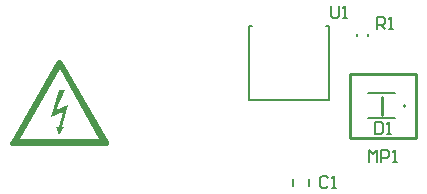
<source format=gbr>
%TF.GenerationSoftware,Altium Limited,Altium Designer,20.0.11 (256)*%
G04 Layer_Color=65535*
%FSLAX26Y26*%
%MOIN*%
%TF.FileFunction,Legend,Top*%
%TF.Part,Single*%
G01*
G75*
%TA.AperFunction,NonConductor*%
%ADD23C,0.010000*%
%ADD24C,0.007000*%
%ADD29C,0.007874*%
%ADD30C,0.005000*%
G36*
X373306Y563079D02*
X374764Y562454D01*
X376431Y561621D01*
X378097Y560163D01*
X379555Y558288D01*
X534531Y289789D01*
X534739Y289581D01*
X534947Y288956D01*
X535364Y287915D01*
X535572Y286457D01*
X535780Y284998D01*
Y283332D01*
X535364Y281457D01*
X534531Y279791D01*
X534322Y279583D01*
X533906Y278958D01*
X533281Y278333D01*
X532448Y277500D01*
X531198Y276458D01*
X529740Y275833D01*
X528282Y275208D01*
X526407Y275000D01*
X214998Y275000D01*
X213957Y275208D01*
X212707Y275625D01*
X211249Y276250D01*
X209791Y277083D01*
X208541Y278125D01*
X207291Y279791D01*
Y279999D01*
X206875Y280624D01*
X206666Y281457D01*
X206458Y282707D01*
X206250Y284165D01*
Y286040D01*
X206666Y287915D01*
X207291Y289789D01*
X362683Y558288D01*
X362891Y558496D01*
X363100Y558913D01*
X363516Y559538D01*
X364349Y560163D01*
X365391Y560996D01*
X366641Y561829D01*
X368099Y562662D01*
X369765Y563287D01*
X371848D01*
X373306Y563079D01*
D02*
G37*
%LPC*%
G36*
X371223Y532250D02*
X239161Y300413D01*
X502869Y300413D01*
X371223Y532250D01*
D02*
G37*
%LPD*%
G36*
X359559Y397064D02*
X399760Y413311D01*
X379555Y338115D01*
X387054D01*
X369765Y311869D01*
X360183Y339156D01*
X367682D01*
X381638Y387899D01*
X342270Y371860D01*
X367682Y462053D01*
X387679D01*
X359559Y397064D01*
D02*
G37*
D23*
X1445000Y380000D02*
Y440000D01*
X1338941Y301457D02*
Y516457D01*
Y301457D02*
X1558941D01*
Y516457D01*
X1338941D02*
X1558941D01*
D24*
X1427963Y664795D02*
Y704783D01*
X1447957D01*
X1454621Y698118D01*
Y684789D01*
X1447957Y678125D01*
X1427963D01*
X1441292D02*
X1454621Y664795D01*
X1467950D02*
X1481279D01*
X1474615D01*
Y704783D01*
X1467950Y698118D01*
X1402289Y221463D02*
Y261450D01*
X1415618Y248121D01*
X1428947Y261450D01*
Y221463D01*
X1442276D02*
Y261450D01*
X1462270D01*
X1468934Y254786D01*
Y241457D01*
X1462270Y234792D01*
X1442276D01*
X1482264Y221463D02*
X1495592D01*
X1488928D01*
Y261450D01*
X1482264Y254786D01*
X1423342Y354994D02*
Y315007D01*
X1443335D01*
X1450000Y321671D01*
Y348329D01*
X1443335Y354994D01*
X1423342D01*
X1463329Y315007D02*
X1476658D01*
X1469994D01*
Y354994D01*
X1463329Y348329D01*
X1275671Y743860D02*
Y710537D01*
X1282335Y703872D01*
X1295665D01*
X1302329Y710537D01*
Y743860D01*
X1315658Y703872D02*
X1328987D01*
X1322323D01*
Y743860D01*
X1315658Y737195D01*
X1265000Y168329D02*
X1258335Y174994D01*
X1245006D01*
X1238342Y168329D01*
Y141671D01*
X1245006Y135006D01*
X1258335D01*
X1265000Y141671D01*
X1278329Y135006D02*
X1291658D01*
X1284994D01*
Y174994D01*
X1278329Y168329D01*
D29*
X1525000Y410000D02*
G03*
X1525000Y410000I-3937J0D01*
G01*
X1398701Y642244D02*
Y648543D01*
X1361299Y642244D02*
Y648543D01*
X1002500Y675000D02*
X1010736D01*
X1259264D02*
X1267500D01*
Y430000D02*
Y675000D01*
X1002500Y430000D02*
X1267500D01*
X1002500D02*
Y675000D01*
X1201575Y143189D02*
Y166811D01*
X1148425Y143189D02*
Y166811D01*
D30*
X1400512Y451535D02*
X1489488D01*
X1400512Y368465D02*
X1489488D01*
%TF.MD5,71587745ec10f4efbb1f923f267d5305*%
M02*

</source>
